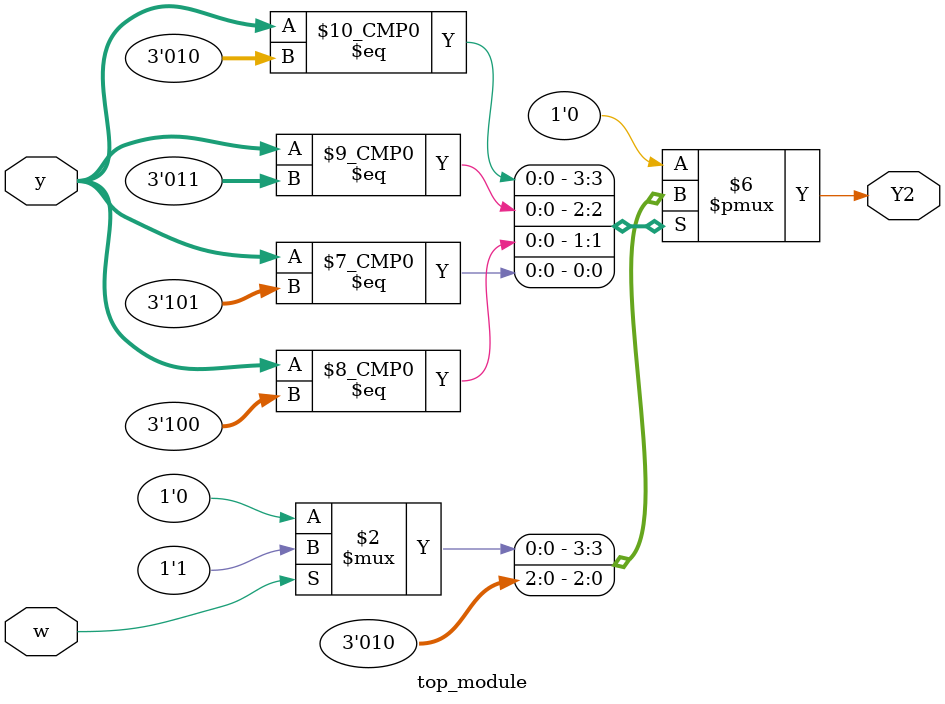
<source format=sv>
module top_module(
	input [3:1] y,
	input w,
	output reg Y2);

	always @(*) begin
		case(y)
			3'b000: Y2 = 1'b0;       // A: 000
			3'b001: Y2 = 1'b0;       // B: 001
			3'b010: Y2 = (w) ? 1'b1 : 1'b0; // C: 010
			3'b011: Y2 = (w) ? 1'b0 : 1'b0; // D: 011
			3'b100: Y2 = 1'b1;       // E: 100
			3'b101: Y2 = (w) ? 1'b0 : 1'b0; // F: 101
			default: Y2 = 1'b0;      // default case
		endcase
	end
endmodule

</source>
